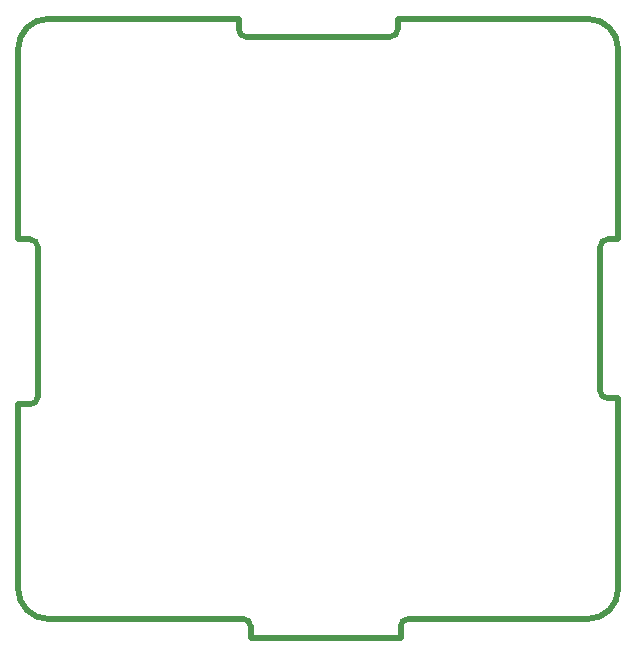
<source format=gbr>
G04 #@! TF.GenerationSoftware,KiCad,Pcbnew,(5.1.2)-1*
G04 #@! TF.CreationDate,2019-05-09T23:13:08-07:00*
G04 #@! TF.ProjectId,1-32 MIXED Thread Relief - Sketch 2,312d3332-204d-4495-9845-442054687265,rev?*
G04 #@! TF.SameCoordinates,Original*
G04 #@! TF.FileFunction,Profile,NP*
%FSLAX46Y46*%
G04 Gerber Fmt 4.6, Leading zero omitted, Abs format (unit mm)*
G04 Created by KiCad (PCBNEW (5.1.2)-1) date 2019-05-09 23:13:08*
%MOMM*%
%LPD*%
G04 APERTURE LIST*
%ADD10C,0.507740*%
G04 APERTURE END LIST*
D10*
X105283000Y-70866001D02*
X105283000Y-71755001D01*
X118998999Y-123317001D02*
X118998999Y-122301001D01*
X106299000Y-123317001D02*
X118998999Y-123317001D01*
X89154000Y-70866001D02*
X105283000Y-70866001D01*
X106299000Y-123317001D02*
X106299000Y-122301001D01*
X135890001Y-90170000D02*
G75*
G02X136525000Y-89535001I634999J0D01*
G01*
X118110000Y-72390001D02*
X105917999Y-72390001D01*
X86614000Y-103505000D02*
X86614000Y-119126001D01*
X88264999Y-102870001D02*
G75*
G02X87630000Y-103505000I-634999J0D01*
G01*
X89154000Y-121666001D02*
G75*
G02X86614000Y-119126001I0J2540000D01*
G01*
X137414000Y-102997000D02*
X136525000Y-102997000D01*
X134874000Y-70866001D02*
G75*
G02X137414000Y-73406001I0J-2540000D01*
G01*
X118744999Y-70866001D02*
X118744999Y-71755001D01*
X86614000Y-103505000D02*
X87630000Y-103505000D01*
X105664000Y-121666002D02*
G75*
G02X106298999Y-122301001I0J-634999D01*
G01*
X118744999Y-71755001D02*
G75*
G02X118110000Y-72390000I-634999J0D01*
G01*
X86614000Y-73406001D02*
G75*
G02X89154000Y-70866001I2540000J0D01*
G01*
X86614000Y-73406001D02*
X86614000Y-89535001D01*
X135890000Y-102362001D02*
X135890000Y-90170000D01*
X86614000Y-89535001D02*
X87630000Y-89535001D01*
X137414000Y-119126001D02*
G75*
G02X134874000Y-121666001I-2540000J0D01*
G01*
X88265000Y-90170000D02*
X88265000Y-102870001D01*
X136525000Y-102997001D02*
G75*
G02X135890000Y-102362001I0J635000D01*
G01*
X105917999Y-72390000D02*
G75*
G02X105283000Y-71755001I0J634999D01*
G01*
X118744999Y-70866001D02*
X134874000Y-70866001D01*
X137414000Y-73406001D02*
X137414000Y-89535001D01*
X137414000Y-102997000D02*
X137414000Y-119126001D01*
X119634000Y-121666001D02*
X134874000Y-121666001D01*
X89154000Y-121666001D02*
X105664000Y-121666001D01*
X137414000Y-89535001D02*
X136525000Y-89535001D01*
X118999000Y-122301001D02*
G75*
G02X119634000Y-121666001I635000J0D01*
G01*
X87630000Y-89535001D02*
G75*
G02X88264999Y-90170000I0J-634999D01*
G01*
M02*

</source>
